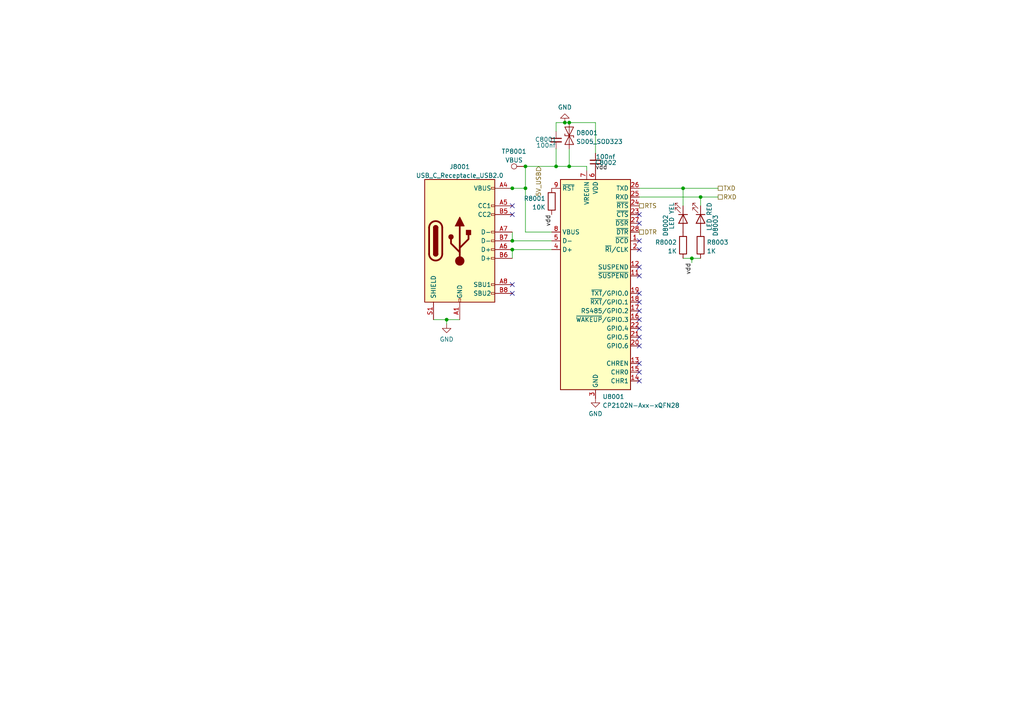
<source format=kicad_sch>
(kicad_sch (version 20211123) (generator eeschema)
  (paper "A4")
  (lib_symbols
    (symbol "Connector:TestPoint" (pin_numbers hide) (pin_names (offset 0.762) hide)
      (property "Reference" "TP" (at 0 6.858 0))
      (property "Value" "TestPoint" (at 0 5.08 0))
      (symbol "TestPoint_0_1"
        (circle (center 0 3.302) (radius 0.762))
      )
      (symbol "TestPoint_1_1"
        (pin passive line (at 0 0 90) (length 2.54) (name "1") (number "1"))
      )
    )
    (symbol "Connector:USB_C_Receptacle_USB2.0" (pin_names (offset 1.016))
      (property "Reference" "J" (at -10.16 19.05 0))
      (property "Value" "USB_C_Receptacle_USB2.0" (at 19.05 19.05 0))
      (symbol "USB_C_Receptacle_USB2.0_0_0"
        (rectangle (start -0.254 -17.78) (end 0.254 -16.764))
        (rectangle (start 10.16 -14.986) (end 9.144 -15.494))
        (rectangle (start 10.16 -12.446) (end 9.144 -12.954))
        (rectangle (start 10.16 -4.826) (end 9.144 -5.334))
        (rectangle (start 10.16 -2.286) (end 9.144 -2.794))
        (rectangle (start 10.16 0.254) (end 9.144 -0.254))
        (rectangle (start 10.16 2.794) (end 9.144 2.286))
        (rectangle (start 10.16 7.874) (end 9.144 7.366))
        (rectangle (start 10.16 10.414) (end 9.144 9.906))
        (rectangle (start 10.16 15.494) (end 9.144 14.986))
      )
      (symbol "USB_C_Receptacle_USB2.0_0_1"
        (rectangle (start -10.16 17.78) (end 10.16 -17.78) (stroke (width 0.254)) (fill (type background)))
        (arc (start -8.89 -3.81) (mid -6.985 -5.715) (end -5.08 -3.81) (stroke (width 0.508)))
        (arc (start -7.62 -3.81) (mid -6.985 -4.445) (end -6.35 -3.81) (stroke (width 0.254)))
        (arc (start -7.62 -3.81) (mid -6.985 -4.445) (end -6.35 -3.81) (stroke (width 0.254)) (fill (type outline)))
        (rectangle (start -7.62 -3.81) (end -6.35 3.81) (stroke (width 0.254)) (fill (type outline)))
        (arc (start -6.35 3.81) (mid -6.985 4.445) (end -7.62 3.81) (stroke (width 0.254)))
        (arc (start -6.35 3.81) (mid -6.985 4.445) (end -7.62 3.81) (stroke (width 0.254)) (fill (type outline)))
        (arc (start -5.08 3.81) (mid -6.985 5.715) (end -8.89 3.81) (stroke (width 0.508)))
        (circle (center -2.54 1.143) (radius 0.635) (stroke (width 0.254)) (fill (type outline)))
        (circle (center 0 -5.842) (radius 1.27) (fill (type outline)))
        (polyline (pts (xy -8.89 -3.81) (xy -8.89 3.81)) (stroke (width 0.508)))
        (polyline (pts (xy -5.08 3.81) (xy -5.08 -3.81)) (stroke (width 0.508)))
        (polyline (pts (xy 0 -5.842) (xy 0 4.318)) (stroke (width 0.508)))
        (polyline (pts (xy 0 -3.302) (xy -2.54 -0.762) (xy -2.54 0.508)) (stroke (width 0.508)))
        (polyline (pts (xy 0 -2.032) (xy 2.54 0.508) (xy 2.54 1.778)) (stroke (width 0.508)))
        (polyline (pts (xy -1.27 4.318) (xy 0 6.858) (xy 1.27 4.318) (xy -1.27 4.318)) (stroke (width 0.254)) (fill (type outline)))
        (rectangle (start 1.905 1.778) (end 3.175 3.048) (stroke (width 0.254)) (fill (type outline)))
      )
      (symbol "USB_C_Receptacle_USB2.0_1_1"
        (pin passive line (at 0 -22.86 90) (length 5.08) (name "GND") (number "A1"))
        (pin passive line (at 0 -22.86 90) (length 5.08) hide (name "GND") (number "A12"))
        (pin passive line (at 15.24 15.24 180) (length 5.08) (name "VBUS") (number "A4"))
        (pin bidirectional line (at 15.24 10.16 180) (length 5.08) (name "CC1") (number "A5"))
        (pin bidirectional line (at 15.24 -2.54 180) (length 5.08) (name "D+") (number "A6"))
        (pin bidirectional line (at 15.24 2.54 180) (length 5.08) (name "D-") (number "A7"))
        (pin bidirectional line (at 15.24 -12.7 180) (length 5.08) (name "SBU1") (number "A8"))
        (pin passive line (at 15.24 15.24 180) (length 5.08) hide (name "VBUS") (number "A9"))
        (pin passive line (at 0 -22.86 90) (length 5.08) hide (name "GND") (number "B1"))
        (pin passive line (at 0 -22.86 90) (length 5.08) hide (name "GND") (number "B12"))
        (pin passive line (at 15.24 15.24 180) (length 5.08) hide (name "VBUS") (number "B4"))
        (pin bidirectional line (at 15.24 7.62 180) (length 5.08) (name "CC2") (number "B5"))
        (pin bidirectional line (at 15.24 -5.08 180) (length 5.08) (name "D+") (number "B6"))
        (pin bidirectional line (at 15.24 0 180) (length 5.08) (name "D-") (number "B7"))
        (pin bidirectional line (at 15.24 -15.24 180) (length 5.08) (name "SBU2") (number "B8"))
        (pin passive line (at 15.24 15.24 180) (length 5.08) hide (name "VBUS") (number "B9"))
        (pin passive line (at -7.62 -22.86 90) (length 5.08) (name "SHIELD") (number "S1"))
      )
    )
    (symbol "Device:C_Small" (pin_numbers hide) (pin_names (offset 0.254) hide)
      (property "Reference" "C" (at 0.254 1.778 0))
      (property "Value" "C_Small" (at 0.254 -2.032 0))
      (symbol "C_Small_0_1"
        (polyline (pts (xy -1.524 -0.508) (xy 1.524 -0.508)) (stroke (width 0.3302)))
        (polyline (pts (xy -1.524 0.508) (xy 1.524 0.508)) (stroke (width 0.3048)))
      )
      (symbol "C_Small_1_1"
        (pin passive line (at 0 2.54 270) (length 2.032) (name "~") (number "1"))
        (pin passive line (at 0 -2.54 90) (length 2.032) (name "~") (number "2"))
      )
    )
    (symbol "Device:LED" (pin_numbers hide) (pin_names (offset 1.016) hide)
      (property "Reference" "D" (at 0 2.54 0))
      (property "Value" "LED" (at 0 -2.54 0))
      (symbol "LED_0_1"
        (polyline (pts (xy -1.27 -1.27) (xy -1.27 1.27)) (stroke (width 0.254)))
        (polyline (pts (xy -1.27 0) (xy 1.27 0)))
        (polyline (pts (xy 1.27 -1.27) (xy 1.27 1.27) (xy -1.27 0) (xy 1.27 -1.27)) (stroke (width 0.254)))
        (polyline (pts (xy -3.048 -0.762) (xy -4.572 -2.286) (xy -3.81 -2.286) (xy -4.572 -2.286) (xy -4.572 -1.524)))
        (polyline (pts (xy -1.778 -0.762) (xy -3.302 -2.286) (xy -2.54 -2.286) (xy -3.302 -2.286) (xy -3.302 -1.524)))
      )
      (symbol "LED_1_1"
        (pin passive line (at -3.81 0 0) (length 2.54) (name "K") (number "1"))
        (pin passive line (at 3.81 0 180) (length 2.54) (name "A") (number "2"))
      )
    )
    (symbol "Device:R" (pin_numbers hide) (pin_names (offset 0))
      (property "Reference" "R" (at 2.032 0 90))
      (property "Value" "R" (at 0 0 90))
      (symbol "R_0_1"
        (rectangle (start -1.016 -2.54) (end 1.016 2.54) (stroke (width 0.254)))
      )
      (symbol "R_1_1"
        (pin passive line (at 0 3.81 270) (length 1.27) (name "~") (number "1"))
        (pin passive line (at 0 -3.81 90) (length 1.27) (name "~") (number "2"))
      )
    )
    (symbol "Diode:SD05_SOD323" (pin_numbers hide) (pin_names (offset 1.016) hide)
      (property "Reference" "D" (at 0 2.54 0))
      (property "Value" "SD05_SOD323" (at 0 -2.54 0))
      (symbol "SD05_SOD323_0_1"
        (polyline (pts (xy 1.27 0) (xy -1.27 0)))
        (polyline (pts (xy -2.54 -1.27) (xy 0 0) (xy -2.54 1.27) (xy -2.54 -1.27)) (stroke (width 0.2032)))
        (polyline (pts (xy 0.508 1.27) (xy 0 1.27) (xy 0 -1.27) (xy -0.508 -1.27)) (stroke (width 0.2032)))
        (polyline (pts (xy 2.54 1.27) (xy 2.54 -1.27) (xy 0 0) (xy 2.54 1.27)) (stroke (width 0.2032)))
      )
      (symbol "SD05_SOD323_1_1"
        (pin passive line (at -3.81 0 0) (length 2.54) (name "A1") (number "1"))
        (pin passive line (at 3.81 0 180) (length 2.54) (name "A2") (number "2"))
      )
    )
    (symbol "Interface_USB:CP2102N-Axx-xQFN28"
      (property "Reference" "U" (at -8.89 31.75 0))
      (property "Value" "CP2102N-Axx-xQFN28" (at 12.7 31.75 0))
      (symbol "CP2102N-Axx-xQFN28_0_1"
        (rectangle (start -10.16 30.48) (end 10.16 -30.48) (stroke (width 0.254)) (fill (type background)))
      )
      (symbol "CP2102N-Axx-xQFN28_1_1"
        (pin input line (at 12.7 12.7 180) (length 2.54) (name "~{DCD}") (number "1"))
        (pin no_connect line (at -10.16 -27.94 0) (length 2.54) hide (name "NC") (number "10"))
        (pin output line (at 12.7 2.54 180) (length 2.54) (name "~{SUSPEND}") (number "11"))
        (pin output line (at 12.7 5.08 180) (length 2.54) (name "SUSPEND") (number "12"))
        (pin output line (at 12.7 -22.86 180) (length 2.54) (name "CHREN") (number "13"))
        (pin output line (at 12.7 -27.94 180) (length 2.54) (name "CHR1") (number "14"))
        (pin output line (at 12.7 -25.4 180) (length 2.54) (name "CHR0") (number "15"))
        (pin bidirectional line (at 12.7 -10.16 180) (length 2.54) (name "~{WAKEUP}/GPIO.3") (number "16"))
        (pin bidirectional line (at 12.7 -7.62 180) (length 2.54) (name "RS485/GPIO.2") (number "17"))
        (pin bidirectional line (at 12.7 -5.08 180) (length 2.54) (name "~{RXT}/GPIO.1") (number "18"))
        (pin bidirectional line (at 12.7 -2.54 180) (length 2.54) (name "~{TXT}/GPIO.0") (number "19"))
        (pin bidirectional line (at 12.7 10.16 180) (length 2.54) (name "~{RI}/CLK") (number "2"))
        (pin bidirectional line (at 12.7 -17.78 180) (length 2.54) (name "GPIO.6") (number "20"))
        (pin bidirectional line (at 12.7 -15.24 180) (length 2.54) (name "GPIO.5") (number "21"))
        (pin bidirectional line (at 12.7 -12.7 180) (length 2.54) (name "GPIO.4") (number "22"))
        (pin input line (at 12.7 20.32 180) (length 2.54) (name "~{CTS}") (number "23"))
        (pin output line (at 12.7 22.86 180) (length 2.54) (name "~{RTS}") (number "24"))
        (pin input line (at 12.7 25.4 180) (length 2.54) (name "RXD") (number "25"))
        (pin output line (at 12.7 27.94 180) (length 2.54) (name "TXD") (number "26"))
        (pin input line (at 12.7 17.78 180) (length 2.54) (name "~{DSR}") (number "27"))
        (pin output line (at 12.7 15.24 180) (length 2.54) (name "~{DTR}") (number "28"))
        (pin passive line (at 0 -33.02 90) (length 2.54) hide (name "GND") (number "29"))
        (pin power_in line (at 0 -33.02 90) (length 2.54) (name "GND") (number "3"))
        (pin bidirectional line (at -12.7 10.16 0) (length 2.54) (name "D+") (number "4"))
        (pin bidirectional line (at -12.7 12.7 0) (length 2.54) (name "D-") (number "5"))
        (pin power_in line (at 0 33.02 270) (length 2.54) (name "VDD") (number "6"))
        (pin power_in line (at -2.54 33.02 270) (length 2.54) (name "VREGIN") (number "7"))
        (pin input line (at -12.7 15.24 0) (length 2.54) (name "VBUS") (number "8"))
        (pin input line (at -12.7 27.94 0) (length 2.54) (name "~{RST}") (number "9"))
      )
    )
    (symbol "power:GND" (power) (pin_names (offset 0))
      (property "Value" "GND" (at 0 -3.81 0))
      (symbol "GND_0_1"
        (polyline (pts (xy 0 0) (xy 0 -1.27) (xy 1.27 -1.27) (xy 0 -2.54) (xy -1.27 -1.27) (xy 0 -1.27)))
      )
      (symbol "GND_1_1"
        (pin power_in line (at 0 0 270) (length 0) hide (name "GND") (number "1"))
      )
    )
  )
  (junction (at 200.66 74.93))
  (junction (at 152.4 48.26))
  (junction (at 165.1 35.56))
  (junction (at 148.59 54.61))
  (junction (at 161.29 48.26))
  (junction (at 152.4 54.61))
  (junction (at 165.1 48.26))
  (junction (at 129.54 92.71))
  (junction (at 148.59 69.85))
  (junction (at 163.83 35.56))
  (junction (at 198.12 54.61))
  (junction (at 203.2 57.15))
  (junction (at 148.59 72.39))
  (no_connect (at 148.59 82.55))
  (no_connect (at 148.59 85.09))
  (no_connect (at 148.59 62.23))
  (no_connect (at 148.59 59.69))
  (no_connect (at 185.42 64.77))
  (no_connect (at 185.42 62.23))
  (no_connect (at 185.42 69.85))
  (no_connect (at 185.42 72.39))
  (no_connect (at 185.42 77.47))
  (no_connect (at 185.42 80.01))
  (no_connect (at 185.42 107.95))
  (no_connect (at 185.42 110.49))
  (no_connect (at 185.42 85.09))
  (no_connect (at 185.42 87.63))
  (no_connect (at 185.42 90.17))
  (no_connect (at 185.42 92.71))
  (no_connect (at 185.42 95.25))
  (no_connect (at 185.42 97.79))
  (no_connect (at 185.42 100.33))
  (no_connect (at 185.42 105.41))
  (wire (pts (xy 198.12 74.93) (xy 200.66 74.93)))
  (wire (pts (xy 152.4 48.26) (xy 161.29 48.26)))
  (wire (pts (xy 172.72 44.45) (xy 172.72 35.56)))
  (wire (pts (xy 161.29 48.26) (xy 165.1 48.26)))
  (wire (pts (xy 165.1 43.18) (xy 165.1 48.26)))
  (wire (pts (xy 203.2 59.69) (xy 203.2 57.15)))
  (wire (pts (xy 133.35 92.71) (xy 129.54 92.71)))
  (wire (pts (xy 198.12 54.61) (xy 208.28 54.61)))
  (wire (pts (xy 198.12 54.61) (xy 198.12 59.69)))
  (wire (pts (xy 160.02 69.85) (xy 148.59 69.85)))
  (wire (pts (xy 200.66 74.93) (xy 203.2 74.93)))
  (wire (pts (xy 165.1 48.26) (xy 170.18 48.26)))
  (wire (pts (xy 172.72 35.56) (xy 165.1 35.56)))
  (wire (pts (xy 161.29 35.56) (xy 161.29 38.1)))
  (wire (pts (xy 163.83 35.56) (xy 161.29 35.56)))
  (wire (pts (xy 148.59 67.31) (xy 148.59 69.85)))
  (wire (pts (xy 160.02 67.31) (xy 152.4 67.31)))
  (wire (pts (xy 185.42 57.15) (xy 203.2 57.15)))
  (wire (pts (xy 125.73 92.71) (xy 129.54 92.71)))
  (wire (pts (xy 161.29 43.18) (xy 161.29 48.26)))
  (wire (pts (xy 152.4 67.31) (xy 152.4 54.61)))
  (wire (pts (xy 200.66 74.93) (xy 200.66 76.2)))
  (wire (pts (xy 165.1 35.56) (xy 163.83 35.56)))
  (wire (pts (xy 143.51 54.61) (xy 148.59 54.61)))
  (wire (pts (xy 185.42 54.61) (xy 198.12 54.61)))
  (wire (pts (xy 148.59 54.61) (xy 152.4 54.61)))
  (wire (pts (xy 203.2 57.15) (xy 208.28 57.15)))
  (wire (pts (xy 152.4 54.61) (xy 152.4 48.26)))
  (wire (pts (xy 170.18 48.26) (xy 170.18 49.53)))
  (wire (pts (xy 148.59 72.39) (xy 148.59 74.93)))
  (wire (pts (xy 129.54 92.71) (xy 129.54 93.98)))
  (wire (pts (xy 148.59 72.39) (xy 160.02 72.39)))
  (label "vdd" (at 160.02 62.23 270))
  (label "vdd" (at 172.72 49.53 0))
  (label "vdd" (at 200.66 76.2 270))
  (hierarchical_label "DTR" (shape passive) (at 185.42 67.31 0))
  (hierarchical_label "TXD" (shape passive) (at 208.28 54.61 0))
  (hierarchical_label "RTS" (shape passive) (at 185.42 59.69 0))
  (hierarchical_label "5V_USB" (shape input) (at 156.21 48.26 270))
  (hierarchical_label "RXD" (shape passive) (at 208.28 57.15 0))
  (symbol (lib_id "Diode:SD05_SOD323") (at 165.1 39.37 90) (unit 1)
    (property "Reference" "D8001" (at 167.1066 38.5353 90) (effects (justify right)))
    (property "Value" "SD05_SOD323" (at 167.1066 41.0722 90) (effects (justify right)))
    (property "Footprint" "Diode_SMD:D_SOD-323" (effects hide))
    (property "Datasheet" "https://www.littelfuse.com/~/media/electronics/datasheets/tvs_diode_arrays/littelfuse_tvs_diode_array_sd_c_datasheet.pdf.pdf" (effects hide))
  )
  (symbol (lib_id "Device:LED") (at 198.12 63.5 270) (unit 1)
    (property "Reference" "D8002" (at 193.04 62.23 0) (effects (justify left)))
    (property "Value" "LED YEL" (at 194.818 58.674 0) (effects (justify left)))
    (property "Footprint" "LED_SMD:LED_0603_1608Metric" (effects hide))
  )
  (symbol (lib_id "Device:R") (at 198.12 71.12 180) (unit 1)
    (property "Reference" "R8002" (at 196.3421 70.2853 0) (effects (justify left)))
    (property "Value" "1K" (at 196.3421 72.8222 0) (effects (justify left)))
    (property "Footprint" "Resistor_SMD:R_0603_1608Metric" (effects hide))
  )
  (symbol (lib_id "Device:R") (at 203.2 71.12 180) (unit 1)
    (property "Reference" "R8003" (at 204.978 70.2853 0) (effects (justify right)))
    (property "Value" "1K" (at 204.978 72.8222 0) (effects (justify right)))
    (property "Footprint" "Resistor_SMD:R_0603_1608Metric" (effects hide))
  )
  (symbol (lib_id "power:GND") (at 129.54 93.98 0) (unit 1)
    (property "Reference" "#PWR0169" (effects hide))
    (property "Value" "GND" (at 129.54 98.4234 0))
  )
  (symbol (lib_id "Connector:TestPoint") (at 152.4 48.26 90) (unit 1)
    (property "Reference" "TP8001" (at 149.098 43.9252 90))
    (property "Value" "VBUS" (at 149.098 46.4621 90))
    (property "Footprint" "TestPoint:TestPoint_Pad_D1.0mm" (effects hide))
  )
  (symbol (lib_id "Connector:USB_C_Receptacle_USB2.0") (at 133.35 69.85 0) (unit 1)
    (property "Reference" "J8001" (at 133.35 48.3702 0))
    (property "Value" "USB_C_Receptacle_USB2.0" (at 133.35 50.9071 0))
    (property "Footprint" "USB-C-connectors:TYPE-C-31-M-14_top_mnt_usb2" (effects hide))
    (property "Datasheet" "https://www.usb.org/sites/default/files/documents/usb_type-c.zip" (effects hide))
  )
  (symbol (lib_id "Interface_USB:CP2102N-Axx-xQFN28") (at 172.72 82.55 0) (unit 1)
    (property "Reference" "U8001" (at 174.7394 115.0604 0) (effects (justify left)))
    (property "Value" "CP2102N-Axx-xQFN28" (at 174.7394 117.5973 0) (effects (justify left)))
    (property "Footprint" "Package_DFN_QFN:QFN-28-1EP_5x5mm_P0.5mm_EP3.35x3.35mm" (effects hide))
    (property "Datasheet" "https://www.silabs.com/documents/public/data-sheets/cp2102n-datasheet.pdf" (effects hide))
  )
  (symbol (lib_id "power:GND") (at 163.83 35.56 180) (unit 1)
    (property "Reference" "#PWR0167" (effects hide))
    (property "Value" "GND" (at 163.83 31.1166 0))
  )
  (symbol (lib_id "Device:LED") (at 203.2 63.5 270) (unit 1)
    (property "Reference" "D8003" (at 207.518 62.23 0) (effects (justify left)))
    (property "Value" "LED RED" (at 205.74 58.674 0) (effects (justify left)))
    (property "Footprint" "LED_SMD:LED_0603_1608Metric" (effects hide))
  )
  (symbol (lib_id "Device:R") (at 160.02 58.42 180) (unit 1)
    (property "Reference" "R8001" (at 158.242 57.5853 0) (effects (justify left)))
    (property "Value" "10K" (at 158.242 60.1222 0) (effects (justify left)))
    (property "Footprint" "Resistor_SMD:R_0603_1608Metric" (effects hide))
  )
  (symbol (lib_id "power:GND") (at 172.72 115.57 0) (unit 1)
    (property "Reference" "#PWR0168" (effects hide))
    (property "Value" "GND" (at 172.72 120.0134 0))
  )
  (symbol (lib_id "Device:C_Small") (at 172.72 46.99 180) (unit 1)
    (property "Reference" "C8002" (at 175.6918 47.1678 0))
    (property "Value" "100nf" (at 175.641 45.466 0))
    (property "Footprint" "Capacitor_SMD:C_0603_1608Metric" (effects hide))
  )
  (symbol (lib_id "Device:C_Small") (at 161.29 40.64 0) (unit 1)
    (property "Reference" "C8001" (at 158.3182 40.4622 0))
    (property "Value" "100nf" (at 158.369 42.164 0))
    (property "Footprint" "Capacitor_SMD:C_0603_1608Metric" (effects hide))
  )
)
</source>
